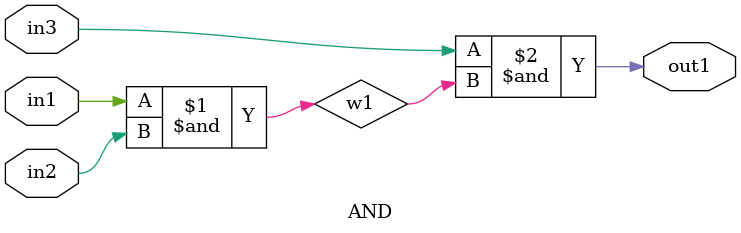
<source format=v>
module AND(output out1,  input in1, in2,in3);
  wire w1;
  and (w1, in1, in2);
  and (out1, in3, w1);
endmodule

</source>
